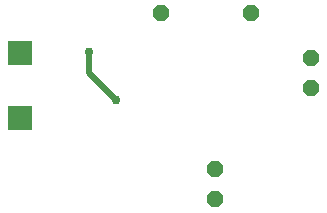
<source format=gbl>
G75*
%MOIN*%
%OFA0B0*%
%FSLAX25Y25*%
%IPPOS*%
%LPD*%
%AMOC8*
5,1,8,0,0,1.08239X$1,22.5*
%
%ADD10OC8,0.05200*%
%ADD11R,0.08268X0.08268*%
%ADD12C,0.02978*%
%ADD13C,0.02000*%
D10*
X0097000Y0042000D03*
X0097000Y0052000D03*
X0129000Y0079000D03*
X0129000Y0089000D03*
X0109000Y0104000D03*
X0079000Y0104000D03*
D11*
X0032000Y0069173D03*
X0032000Y0090827D03*
D12*
X0055000Y0091000D03*
X0064000Y0075000D03*
D13*
X0055000Y0084000D01*
X0055000Y0091000D01*
M02*

</source>
